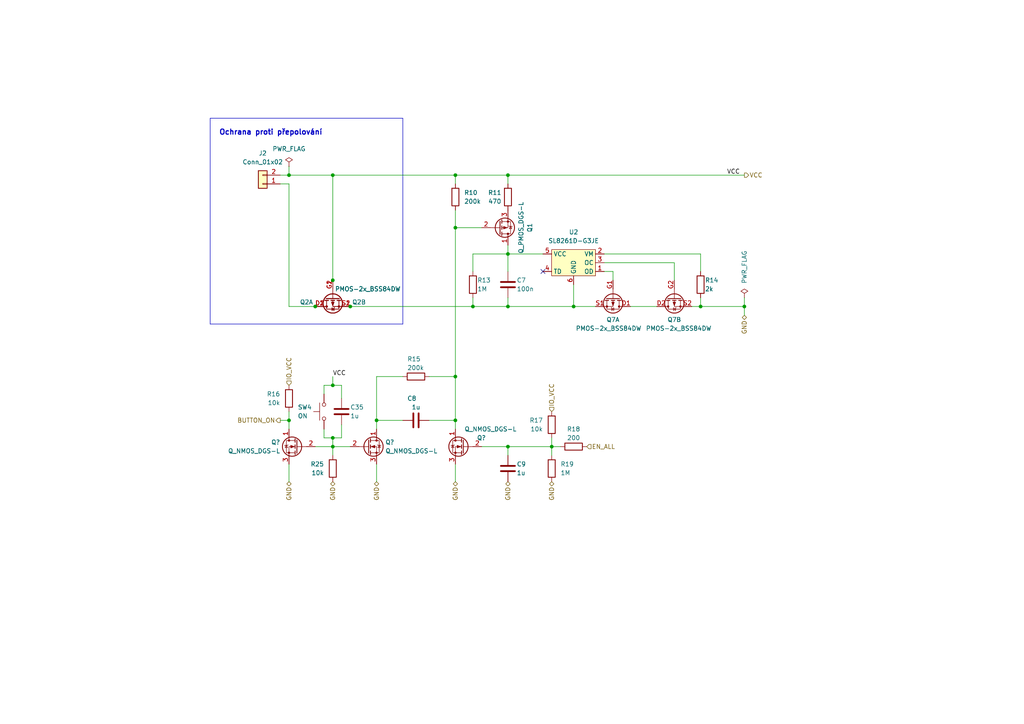
<source format=kicad_sch>
(kicad_sch (version 20230121) (generator eeschema)
  (paper "A4")
  (lib_symbols
    (symbol "Connector_Generic:Conn_01x02" (pin_names (offset 1.016) hide)
      (property "Reference" "J" (at 0 2.54 0))
      (property "Value" "Conn_01x02" (at 0 -5.08 0))
      (symbol "Conn_01x02_1_1"
        (rectangle (start -1.27 -2.413) (end 0 -2.667) (stroke (width 0.1524)))
        (rectangle (start -1.27 0.127) (end 0 -0.127) (stroke (width 0.1524)))
        (rectangle (start -1.27 1.27) (end 1.27 -3.81) (stroke (width 0.254)) (fill (type background)))
        (pin passive line (at -5.08 0 0) (length 3.81) (name "Pin_1") (number "1"))
        (pin passive line (at -5.08 -2.54 0) (length 3.81) (name "Pin_2") (number "2"))
      )
    )
    (symbol "Device:C" (pin_numbers hide) (pin_names (offset 0.254))
      (property "Reference" "C" (at 0.635 2.54 0))
      (property "Value" "C" (at 0.635 -2.54 0))
      (symbol "C_0_1"
        (polyline (pts (xy -2.032 -0.762) (xy 2.032 -0.762)) (stroke (width 0.508)))
        (polyline (pts (xy -2.032 0.762) (xy 2.032 0.762)) (stroke (width 0.508)))
      )
      (symbol "C_1_1"
        (pin passive line (at 0 3.81 270) (length 2.794) (name "~") (number "1"))
        (pin passive line (at 0 -3.81 90) (length 2.794) (name "~") (number "2"))
      )
    )
    (symbol "Device:Q_NMOS_DGS" (pin_names (offset 0) hide)
      (property "Reference" "Q" (at 5.08 1.27 0))
      (property "Value" "Q_NMOS_DGS" (at 5.08 -1.27 0))
      (symbol "Q_NMOS_DGS_0_1"
        (polyline (pts (xy 0.254 0) (xy -2.54 0)))
        (polyline (pts (xy 0.254 1.905) (xy 0.254 -1.905)) (stroke (width 0.254)))
        (polyline (pts (xy 0.762 -1.27) (xy 0.762 -2.286)) (stroke (width 0.254)))
        (polyline (pts (xy 0.762 0.508) (xy 0.762 -0.508)) (stroke (width 0.254)))
        (polyline (pts (xy 0.762 2.286) (xy 0.762 1.27)) (stroke (width 0.254)))
        (polyline (pts (xy 2.54 2.54) (xy 2.54 1.778)))
        (polyline (pts (xy 2.54 -2.54) (xy 2.54 0) (xy 0.762 0)))
        (polyline (pts (xy 0.762 -1.778) (xy 3.302 -1.778) (xy 3.302 1.778) (xy 0.762 1.778)))
        (polyline (pts (xy 1.016 0) (xy 2.032 0.381) (xy 2.032 -0.381) (xy 1.016 0)) (fill (type outline)))
        (polyline (pts (xy 2.794 0.508) (xy 2.921 0.381) (xy 3.683 0.381) (xy 3.81 0.254)))
        (polyline (pts (xy 3.302 0.381) (xy 2.921 -0.254) (xy 3.683 -0.254) (xy 3.302 0.381)))
        (circle (center 1.651 0) (radius 2.794) (stroke (width 0.254)))
        (circle (center 2.54 -1.778) (radius 0.254) (fill (type outline)))
        (circle (center 2.54 1.778) (radius 0.254) (fill (type outline)))
      )
      (symbol "Q_NMOS_DGS_1_1"
        (pin passive line (at 2.54 5.08 270) (length 2.54) (name "D") (number "1"))
        (pin input line (at -5.08 0 0) (length 2.54) (name "G") (number "2"))
        (pin passive line (at 2.54 -5.08 90) (length 2.54) (name "S") (number "3"))
      )
    )
    (symbol "Device:Q_PMOS_DGS" (pin_names (offset 0) hide)
      (property "Reference" "Q" (at 5.08 1.27 0))
      (property "Value" "Q_PMOS_DGS" (at 5.08 -1.27 0))
      (symbol "Q_PMOS_DGS_0_1"
        (polyline (pts (xy 0.254 0) (xy -2.54 0)))
        (polyline (pts (xy 0.254 1.905) (xy 0.254 -1.905)) (stroke (width 0.254)))
        (polyline (pts (xy 0.762 -1.27) (xy 0.762 -2.286)) (stroke (width 0.254)))
        (polyline (pts (xy 0.762 0.508) (xy 0.762 -0.508)) (stroke (width 0.254)))
        (polyline (pts (xy 0.762 2.286) (xy 0.762 1.27)) (stroke (width 0.254)))
        (polyline (pts (xy 2.54 2.54) (xy 2.54 1.778)))
        (polyline (pts (xy 2.54 -2.54) (xy 2.54 0) (xy 0.762 0)))
        (polyline (pts (xy 0.762 1.778) (xy 3.302 1.778) (xy 3.302 -1.778) (xy 0.762 -1.778)))
        (polyline (pts (xy 2.286 0) (xy 1.27 0.381) (xy 1.27 -0.381) (xy 2.286 0)) (fill (type outline)))
        (polyline (pts (xy 2.794 -0.508) (xy 2.921 -0.381) (xy 3.683 -0.381) (xy 3.81 -0.254)))
        (polyline (pts (xy 3.302 -0.381) (xy 2.921 0.254) (xy 3.683 0.254) (xy 3.302 -0.381)))
        (circle (center 1.651 0) (radius 2.794) (stroke (width 0.254)))
        (circle (center 2.54 -1.778) (radius 0.254) (fill (type outline)))
        (circle (center 2.54 1.778) (radius 0.254) (fill (type outline)))
      )
      (symbol "Q_PMOS_DGS_1_1"
        (pin passive line (at 2.54 5.08 270) (length 2.54) (name "D") (number "1"))
        (pin input line (at -5.08 0 0) (length 2.54) (name "G") (number "2"))
        (pin passive line (at 2.54 -5.08 90) (length 2.54) (name "S") (number "3"))
      )
    )
    (symbol "Device:R" (pin_numbers hide) (pin_names (offset 0))
      (property "Reference" "R" (at 2.032 0 90))
      (property "Value" "R" (at 0 0 90))
      (symbol "R_0_1"
        (rectangle (start -1.016 -2.54) (end 1.016 2.54) (stroke (width 0.254)))
      )
      (symbol "R_1_1"
        (pin passive line (at 0 3.81 270) (length 1.27) (name "~") (number "1"))
        (pin passive line (at 0 -3.81 90) (length 1.27) (name "~") (number "2"))
      )
    )
    (symbol "RKL-BatteryManager:DW01A"
      (property "Reference" "U" (at 0 2.54 0))
      (property "Value" "DW01A" (at 0 5.08 0))
      (symbol "DW01A_1_1"
        (rectangle (start -6.35 1.27) (end 6.35 -6.35) (fill (type background)))
        (pin output line (at 8.89 -5.08 180) (length 2.54) (name "OD") (number "1"))
        (pin input line (at 8.89 0 180) (length 2.54) (name "VM") (number "2"))
        (pin output line (at 8.89 -2.54 180) (length 2.54) (name "OC") (number "3"))
        (pin input line (at -8.89 -5.08 0) (length 2.54) (name "TD") (number "4"))
        (pin input line (at -8.89 0 0) (length 2.54) (name "VCC") (number "5"))
        (pin passive line (at 0 -8.89 90) (length 2.54) (name "GND") (number "6"))
      )
    )
    (symbol "RKL-Uncategorized:PMOS-2x_BSS84DW" (pin_names hide)
      (property "Reference" "Q" (at 2.54 6.35 0))
      (property "Value" "PMOS-2x_BSS84DW" (at 11.43 3.81 0))
      (symbol "PMOS-2x_BSS84DW_0_1"
        (circle (center -0.889 0) (radius 2.794) (stroke (width 0.254)))
        (circle (center 0 -1.778) (radius 0.254) (fill (type outline)))
        (polyline (pts (xy -2.286 0) (xy -5.08 0)))
        (polyline (pts (xy -2.286 1.905) (xy -2.286 -1.905)) (stroke (width 0.254)))
        (polyline (pts (xy -1.778 -1.27) (xy -1.778 -2.286)) (stroke (width 0.254)))
        (polyline (pts (xy -1.778 0.508) (xy -1.778 -0.508)) (stroke (width 0.254)))
        (polyline (pts (xy -1.778 2.286) (xy -1.778 1.27)) (stroke (width 0.254)))
        (polyline (pts (xy 0 2.54) (xy 0 1.778)))
        (polyline (pts (xy 0 -2.54) (xy 0 0) (xy -1.778 0)))
        (polyline (pts (xy -1.778 1.778) (xy 0.762 1.778) (xy 0.762 -1.778) (xy -1.778 -1.778)))
        (polyline (pts (xy -0.254 0) (xy -1.27 0.381) (xy -1.27 -0.381) (xy -0.254 0)) (fill (type outline)))
        (polyline (pts (xy 0.254 -0.508) (xy 0.381 -0.381) (xy 1.143 -0.381) (xy 1.27 -0.254)))
        (polyline (pts (xy 0.762 -0.381) (xy 0.381 0.254) (xy 1.143 0.254) (xy 0.762 -0.381)))
        (circle (center 0 1.778) (radius 0.254) (fill (type outline)))
      )
      (symbol "PMOS-2x_BSS84DW_1_1"
        (pin passive line (at 0 5.08 270) (length 2.54) (name "D") (number "D1"))
        (pin input line (at -7.62 0 0) (length 2.54) (name "G") (number "G1"))
        (pin passive line (at 0 -5.08 90) (length 2.54) (name "S") (number "S1"))
      )
      (symbol "PMOS-2x_BSS84DW_2_1"
        (pin passive line (at 0 5.08 270) (length 2.54) (name "D") (number "D2"))
        (pin input line (at -7.62 0 0) (length 2.54) (name "G") (number "G2"))
        (pin passive line (at 0 -5.08 90) (length 2.54) (name "S") (number "S2"))
      )
    )
    (symbol "Switch:SW_Push" (pin_numbers hide) (pin_names (offset 1.016) hide)
      (property "Reference" "SW" (at 1.27 2.54 0))
      (property "Value" "SW_Push" (at 0 -1.524 0))
      (symbol "SW_Push_0_1"
        (circle (center -2.032 0) (radius 0.508))
        (polyline (pts (xy 0 1.27) (xy 0 3.048)))
        (polyline (pts (xy 2.54 1.27) (xy -2.54 1.27)))
        (circle (center 2.032 0) (radius 0.508))
        (pin passive line (at -5.08 0 0) (length 2.54) (name "1") (number "1"))
        (pin passive line (at 5.08 0 180) (length 2.54) (name "2") (number "2"))
      )
    )
    (symbol "power:PWR_FLAG" (power) (pin_numbers hide) (pin_names (offset 0) hide)
      (property "Value" "PWR_FLAG" (at 0 3.81 0))
      (symbol "PWR_FLAG_0_0"
        (pin power_out line (at 0 0 90) (length 0) (name "pwr") (number "1"))
      )
      (symbol "PWR_FLAG_0_1"
        (polyline (pts (xy 0 0) (xy 0 1.27) (xy -1.016 1.905) (xy 0 2.54) (xy 1.016 1.905) (xy 0 1.27)))
      )
    )
  )
  (junction (at 137.16 88.9))
  (junction (at 83.82 50.8))
  (junction (at 132.08 109.22))
  (junction (at 166.37 88.9))
  (junction (at 109.22 121.92))
  (junction (at 96.52 111.76))
  (junction (at 83.82 121.92))
  (junction (at 96.52 81.28))
  (junction (at 147.32 129.54))
  (junction (at 132.08 50.8))
  (junction (at 160.02 129.54))
  (junction (at 96.52 129.54))
  (junction (at 215.9 88.9))
  (junction (at 132.08 66.04))
  (junction (at 147.32 88.9))
  (junction (at 96.52 50.8))
  (junction (at 91.44 88.9))
  (junction (at 132.08 121.92))
  (junction (at 147.32 73.66))
  (junction (at 147.32 50.8))
  (junction (at 203.2 88.9))
  (junction (at 101.6 88.9))
  (junction (at 96.52 127))
  (no_connect (at 157.48 78.74))
  (wire (pts (xy 147.32 50.8) (xy 215.9 50.8)))
  (wire (pts (xy 166.37 88.9) (xy 172.72 88.9)))
  (wire (pts (xy 147.32 129.54) (xy 147.32 132.08)))
  (wire (pts (xy 132.08 66.04) (xy 139.7 66.04)))
  (wire (pts (xy 132.08 139.7) (xy 132.08 134.62)))
  (wire (pts (xy 132.08 60.96) (xy 132.08 66.04)))
  (wire (pts (xy 124.46 109.22) (xy 132.08 109.22)))
  (wire (pts (xy 182.88 88.9) (xy 190.5 88.9)))
  (wire (pts (xy 96.52 50.8) (xy 96.52 81.28)))
  (wire (pts (xy 91.44 129.54) (xy 96.52 129.54)))
  (wire (pts (xy 109.22 109.22) (xy 109.22 121.92)))
  (wire (pts (xy 137.16 88.9) (xy 147.32 88.9)))
  (wire (pts (xy 96.52 129.54) (xy 101.6 129.54)))
  (wire (pts (xy 162.56 129.54) (xy 160.02 129.54)))
  (wire (pts (xy 160.02 132.08) (xy 160.02 129.54)))
  (wire (pts (xy 93.98 124.46) (xy 93.98 127)))
  (wire (pts (xy 83.82 53.34) (xy 83.82 88.9)))
  (wire (pts (xy 147.32 73.66) (xy 147.32 78.74)))
  (wire (pts (xy 132.08 66.04) (xy 132.08 109.22)))
  (wire (pts (xy 99.06 123.19) (xy 99.06 127)))
  (wire (pts (xy 147.32 129.54) (xy 160.02 129.54)))
  (wire (pts (xy 101.6 88.9) (xy 137.16 88.9)))
  (wire (pts (xy 109.22 139.7) (xy 109.22 134.62)))
  (wire (pts (xy 91.44 88.9) (xy 83.82 88.9)))
  (wire (pts (xy 215.9 91.44) (xy 215.9 88.9)))
  (wire (pts (xy 175.26 76.2) (xy 195.58 76.2)))
  (wire (pts (xy 157.48 73.66) (xy 147.32 73.66)))
  (wire (pts (xy 215.9 86.36) (xy 215.9 88.9)))
  (wire (pts (xy 203.2 73.66) (xy 175.26 73.66)))
  (wire (pts (xy 83.82 119.38) (xy 83.82 121.92)))
  (wire (pts (xy 203.2 88.9) (xy 215.9 88.9)))
  (polyline (pts (xy 60.96 93.98) (xy 60.96 34.29)))
  (wire (pts (xy 96.52 127) (xy 96.52 129.54)))
  (wire (pts (xy 96.52 50.8) (xy 132.08 50.8)))
  (wire (pts (xy 177.8 78.74) (xy 177.8 81.28)))
  (wire (pts (xy 81.28 53.34) (xy 83.82 53.34)))
  (wire (pts (xy 96.52 129.54) (xy 96.52 132.08)))
  (wire (pts (xy 99.06 127) (xy 96.52 127)))
  (wire (pts (xy 132.08 109.22) (xy 132.08 121.92)))
  (wire (pts (xy 132.08 50.8) (xy 132.08 53.34)))
  (wire (pts (xy 203.2 78.74) (xy 203.2 73.66)))
  (wire (pts (xy 137.16 78.74) (xy 137.16 73.66)))
  (wire (pts (xy 109.22 121.92) (xy 116.84 121.92)))
  (wire (pts (xy 139.7 129.54) (xy 147.32 129.54)))
  (wire (pts (xy 137.16 86.36) (xy 137.16 88.9)))
  (wire (pts (xy 93.98 127) (xy 96.52 127)))
  (wire (pts (xy 81.28 50.8) (xy 83.82 50.8)))
  (wire (pts (xy 132.08 121.92) (xy 132.08 124.46)))
  (wire (pts (xy 200.66 88.9) (xy 203.2 88.9)))
  (wire (pts (xy 96.52 109.22) (xy 96.52 111.76)))
  (wire (pts (xy 137.16 73.66) (xy 147.32 73.66)))
  (wire (pts (xy 147.32 88.9) (xy 166.37 88.9)))
  (wire (pts (xy 124.46 121.92) (xy 132.08 121.92)))
  (wire (pts (xy 203.2 86.36) (xy 203.2 88.9)))
  (wire (pts (xy 132.08 50.8) (xy 147.32 50.8)))
  (wire (pts (xy 109.22 109.22) (xy 116.84 109.22)))
  (wire (pts (xy 93.98 114.3) (xy 93.98 111.76)))
  (wire (pts (xy 83.82 139.7) (xy 83.82 134.62)))
  (wire (pts (xy 83.82 50.8) (xy 96.52 50.8)))
  (wire (pts (xy 96.52 111.76) (xy 99.06 111.76)))
  (wire (pts (xy 109.22 124.46) (xy 109.22 121.92)))
  (wire (pts (xy 147.32 50.8) (xy 147.32 53.34)))
  (wire (pts (xy 83.82 121.92) (xy 81.28 121.92)))
  (wire (pts (xy 175.26 78.74) (xy 177.8 78.74)))
  (wire (pts (xy 147.32 71.12) (xy 147.32 73.66)))
  (wire (pts (xy 160.02 127) (xy 160.02 129.54)))
  (polyline (pts (xy 116.84 93.98) (xy 60.96 93.98)))
  (wire (pts (xy 166.37 82.55) (xy 166.37 88.9)))
  (wire (pts (xy 93.98 111.76) (xy 96.52 111.76)))
  (polyline (pts (xy 116.84 34.29) (xy 116.84 93.98)))
  (polyline (pts (xy 60.96 34.29) (xy 116.84 34.29)))
  (wire (pts (xy 83.82 124.46) (xy 83.82 121.92)))
  (wire (pts (xy 83.82 48.26) (xy 83.82 50.8)))
  (wire (pts (xy 195.58 76.2) (xy 195.58 81.28)))
  (wire (pts (xy 147.32 86.36) (xy 147.32 88.9)))
  (wire (pts (xy 99.06 115.57) (xy 99.06 111.76)))
  (text "Ochrana proti přepolování" (at 63.5 39.37 0) (effects (font (size 1.5 1.5) (thickness 0.3) bold) (justify left bottom)))
  (label "VCC" (at 210.82 50.8 0))
  (label "VCC" (at 96.52 109.22 0))
  (hierarchical_label "GND" (shape bidirectional) (at 160.02 139.7 270))
  (hierarchical_label "GND" (shape bidirectional) (at 96.52 139.7 270))
  (hierarchical_label "GND" (shape bidirectional) (at 147.32 139.7 270))
  (hierarchical_label "GND" (shape bidirectional) (at 109.22 139.7 270))
  (hierarchical_label "GND" (shape bidirectional) (at 215.9 91.44 270))
  (hierarchical_label "IO_VCC" (shape input) (at 83.82 111.76 90))
  (hierarchical_label "BUTTON_ON" (shape output) (at 81.28 121.92 180))
  (hierarchical_label "GND" (shape bidirectional) (at 132.08 139.7 270))
  (hierarchical_label "IO_VCC" (shape input) (at 160.02 119.38 90))
  (hierarchical_label "EN_ALL" (shape input) (at 170.18 129.54 0))
  (hierarchical_label "VCC" (shape output) (at 215.9 50.8 0))
  (hierarchical_label "GND" (shape bidirectional) (at 83.82 139.7 270))
  (symbol (lib_id "RKL-Uncategorized:PMOS-2x_BSS84DW") (at 96.52 88.9 90) (mirror x) (unit 1)
    (property "Reference" "Q2" (at 88.9 87.63 90))
    (property "Value" "PMOS-2x_BSS84DW" (at 106.68 83.82 90))
    (property "Footprint" "RKL-StandardPackages:DFN3030" (effects hide))
    (property "Datasheet" "https://datasheet.lcsc.com/lcsc/2109132030_Shenzhen-ruichips-Semicon-RU30D20M3_C2894331.pdf" (effects hide))
    (property "LCSC" "C2894331" (effects hide))
    (property "Basic/Extended" "E" (effects hide))
  )
  (symbol (lib_id "RKL-Uncategorized:PMOS-2x_BSS84DW") (at 177.8 88.9 270) (unit 1)
    (property "Reference" "Q7" (at 177.8 92.71 90))
    (property "Value" "PMOS-2x_BSS84DW" (at 176.53 95.25 90))
    (property "Footprint" "RKL-StandardPackages:DFN3030" (effects hide))
    (property "Datasheet" "https://datasheet.lcsc.com/lcsc/2109132030_Shenzhen-ruichips-Semicon-RU30D20M3_C2894331.pdf" (effects hide))
    (property "LCSC" "C2894331" (effects hide))
    (property "Basic/Extended" "E" (effects hide))
  )
  (symbol (lib_id "Device:R") (at 132.08 57.15 0) (mirror x) (unit 1)
    (property "Reference" "R10" (at 134.62 55.88 0) (effects (justify left)))
    (property "Value" "200k" (at 134.62 58.42 0) (effects (justify left)))
    (property "Footprint" "Resistor_SMD:R_0402_1005Metric" (effects hide))
    (property "LCSC" "C25764" (effects hide))
    (property "Basic/Extended" "B" (effects hide))
    (instances (project "Watch" (path "" (reference "R10") (unit 1))) (project "ZakladniElektronika" (path "" (reference "R13") (unit 1)) (path "" (reference "R25") (unit 1)) (path "" (reference "R60") (unit 1))) (project "RB3203" (path "" (reference "R?") (unit 1))))
  )
  (symbol (lib_id "Device:C") (at 99.06 119.38 0) (unit 1)
    (property "Reference" "C35" (at 101.6 118.11 0) (effects (justify left)))
    (property "Value" "1u" (at 101.6 120.65 0) (effects (justify left)))
    (property "Footprint" "Capacitor_SMD:C_0402_1005Metric" (effects hide))
    (property "LCSC" "C52923" (effects hide))
    (property "Basic/Extended" "B" (effects hide))
    (property "info" "25V, X5R" (effects hide))
    (instances (project "Watch" (path "" (reference "C35") (unit 1))) (project "ZakladniElektronika" (path "" (reference "C138") (unit 1)) (path "" (reference "C148") (unit 1)) (path "" (reference "C163") (unit 1))) (project "RB3203" (path "" (reference "C?") (unit 1))))
  )
  (symbol (lib_id "Device:R") (at 160.02 123.19 180) (unit 1)
    (property "Reference" "R17" (at 157.48 121.92 0) (effects (justify left)))
    (property "Value" "10k" (at 157.48 124.46 0) (effects (justify left)))
    (property "Footprint" "Resistor_SMD:R_0402_1005Metric" (effects hide))
    (property "LCSC" "C25744" (effects hide))
    (property "Basic/Extended" "B" (effects hide))
    (instances (project "Watch" (path "" (reference "R17") (unit 1))) (project "ZakladniElektronika" (path "" (reference "R13") (unit 1)) (path "" (reference "R28") (unit 1)) (path "" (reference "R32") (unit 1)) (path "" (reference "R67") (unit 1))) (project "RB3203" (path "" (reference "R?") (unit 1))))
  )
  (symbol (lib_id "power:PWR_FLAG") (at 83.82 48.26 0) (unit 1)
    (property "Reference" "#FLG01" (effects hide))
    (property "Value" "PWR_FLAG" (at 83.82 43.18 0))
    (instances (project "Watch" (path "" (reference "#FLG01") (unit 1))) (project "ZakladniElektronika" (path "" (reference "#FLG02") (unit 1)) (path "" (reference "#FLG03") (unit 1))))
  )
  (symbol (lib_id "Device:Q_NMOS_DGS") (at 106.68 129.54 0) (unit 1)
    (property "Reference" "Q?" (at 111.76 128.27 0) (effects (justify left)))
    (property "Value" "Q_NMOS_DGS-L" (at 111.76 130.81 0) (effects (justify left)))
    (property "Footprint" "Package_TO_SOT_SMD:SOT-23" (effects hide))
    (property "LCSC" "C8545" (effects hide))
    (property "Basic/Extended" "B" (effects hide))
    (property "JLCPCB_CORRECTION" "0;0;180" (effects hide))
    (instances (project "PowerManager" (path "" (reference "Q?") (unit 1))) (project "Watch" (path "" (reference "Q3") (unit 1))) (project "ZakladniElektronika" (path "" (reference "Q11") (unit 1)) (path "" (reference "Q19") (unit 1))))
  )
  (symbol (lib_id "RKL-Uncategorized:PMOS-2x_BSS84DW") (at 96.52 88.9 90) (mirror x) (unit 2)
    (property "Reference" "Q2" (at 104.14 87.63 90))
    (property "Value" "PMOS-2x_BSS84DW" (at 106.68 83.82 90))
    (property "Footprint" "RKL-StandardPackages:DFN3030" (effects hide))
    (property "Datasheet" "https://datasheet.lcsc.com/lcsc/2109132030_Shenzhen-ruichips-Semicon-RU30D20M3_C2894331.pdf" (effects hide))
    (property "LCSC" "C2894331" (effects hide))
    (property "Basic/Extended" "E" (effects hide))
  )
  (symbol (lib_id "Device:R") (at 137.16 82.55 180) (unit 1)
    (property "Reference" "R13" (at 138.43 81.28 0) (effects (justify right)))
    (property "Value" "1M" (at 138.43 83.82 0) (effects (justify right)))
    (property "Footprint" "Resistor_SMD:R_0402_1005Metric" (effects hide))
    (property "LCSC" "C26083" (effects hide))
    (property "Basic/Extended" "B" (effects hide))
    (instances (project "Watch" (path "" (reference "R13") (unit 1))) (project "ZakladniElektronika" (path "" (reference "R13") (unit 1)) (path "" (reference "R25") (unit 1)) (path "" (reference "R36") (unit 1))) (project "RB3203" (path "" (reference "R?") (unit 1))))
  )
  (symbol (lib_id "Device:R") (at 166.37 129.54 90) (unit 1)
    (property "Reference" "R18" (at 166.37 124.46 90))
    (property "Value" "200" (at 166.37 127 90))
    (property "Footprint" "Resistor_SMD:R_0402_1005Metric" (effects hide))
    (property "LCSC" "C25087" (effects hide))
    (property "Basic/Extended" "B" (effects hide))
    (instances (project "Watch" (path "" (reference "R18") (unit 1))) (project "ZakladniElektronika" (path "" (reference "R23") (unit 1)) (path "" (reference "R30") (unit 1)) (path "" (reference "R29") (unit 1)) (path "" (reference "R69") (unit 1))))
  )
  (symbol (lib_id "Device:C") (at 147.32 82.55 0) (unit 1)
    (property "Reference" "C7" (at 149.86 81.28 0) (effects (justify left)))
    (property "Value" "100n" (at 149.86 83.82 0) (effects (justify left)))
    (property "Footprint" "Capacitor_SMD:C_0402_1005Metric" (effects hide))
    (property "Basic/Extended" "B" (effects hide))
    (property "LCSC" "C307331" (effects hide))
    (property "info" "50V, X7R" (effects hide))
    (instances (project "Watch" (path "" (reference "C7") (unit 1))) (project "ZakladniElektronika" (path "" (reference "C18") (unit 1)) (path "" (reference "C143") (unit 1))))
  )
  (symbol (lib_id "Switch:SW_Push") (at 93.98 119.38 90) (unit 1)
    (property "Reference" "SW4" (at 86.36 118.11 90) (effects (justify right)))
    (property "Value" "ON" (at 86.36 120.65 90) (effects (justify right)))
    (property "Footprint" "Button_Switch_SMD:SW_Push_1P1T_NO_Vertical_Wuerth_434133025816" (effects hide))
    (property "Basic/Extended" "E" (effects hide))
    (property "LCSC" "C127488" (effects hide))
    (instances (project "Watch" (path "" (reference "SW4") (unit 1))) (project "ZakladniElektronika" (path "" (reference "SW1") (unit 1)) (path "" (reference "SW3") (unit 1))))
  )
  (symbol (lib_id "Device:R") (at 147.32 57.15 0) (unit 1)
    (property "Reference" "R11" (at 143.51 55.88 0))
    (property "Value" "470" (at 143.51 58.42 0))
    (property "Footprint" "Resistor_SMD:R_0402_1005Metric" (effects hide))
    (property "LCSC" "C25117" (effects hide))
    (property "Basic/Extended" "B" (effects hide))
    (instances (project "Watch" (path "" (reference "R11") (unit 1))) (project "ZakladniElektronika" (path "" (reference "R72") (unit 1)) (path "" (reference "R35") (unit 1))))
  )
  (symbol (lib_id "Device:R") (at 83.82 115.57 180) (unit 1)
    (property "Reference" "R16" (at 81.28 114.3 0) (effects (justify left)))
    (property "Value" "10k" (at 81.28 116.84 0) (effects (justify left)))
    (property "Footprint" "Resistor_SMD:R_0402_1005Metric" (effects hide))
    (property "LCSC" "C25744" (effects hide))
    (property "Basic/Extended" "B" (effects hide))
    (instances (project "Watch" (path "" (reference "R16") (unit 1))) (project "ZakladniElektronika" (path "" (reference "R13") (unit 1)) (path "" (reference "R28") (unit 1)) (path "" (reference "R32") (unit 1)) (path "" (reference "R70") (unit 1))) (project "RB3203" (path "" (reference "R?") (unit 1))))
  )
  (symbol (lib_id "Device:Q_NMOS_DGS") (at 86.36 129.54 0) (mirror y) (unit 1)
    (property "Reference" "Q?" (at 81.28 128.27 0) (effects (justify left)))
    (property "Value" "Q_NMOS_DGS-L" (at 81.28 130.81 0) (effects (justify left)))
    (property "Footprint" "Package_TO_SOT_SMD:SOT-23" (effects hide))
    (property "LCSC" "C8545" (effects hide))
    (property "Basic/Extended" "B" (effects hide))
    (property "JLCPCB_CORRECTION" "0;0;180" (effects hide))
    (instances (project "PowerManager" (path "" (reference "Q?") (unit 1))) (project "Watch" (path "" (reference "Q5") (unit 1))) (project "ZakladniElektronika" (path "" (reference "Q11") (unit 1)) (path "" (reference "Q19") (unit 1))))
  )
  (symbol (lib_id "Device:R") (at 203.2 82.55 180) (unit 1)
    (property "Reference" "R14" (at 204.47 81.28 0) (effects (justify right)))
    (property "Value" "2k" (at 204.47 83.82 0) (effects (justify right)))
    (property "Footprint" "Resistor_SMD:R_0402_1005Metric" (effects hide))
    (property "LCSC" "C4109" (effects hide))
    (property "Basic/Extended" "B" (effects hide))
    (instances (project "Watch" (path "" (reference "R14") (unit 1))) (project "ZakladniElektronika" (path "" (reference "R13") (unit 1)) (path "" (reference "R27") (unit 1)) (path "" (reference "R33") (unit 1))) (project "RB3203" (path "" (reference "R?") (unit 1))))
  )
  (symbol (lib_id "Device:Q_PMOS_DGS") (at 144.78 66.04 0) (mirror x) (unit 1)
    (property "Reference" "Q1" (at 153.67 66.04 90))
    (property "Value" "Q_PMOS_DGS-L" (at 151.13 66.04 90))
    (property "Footprint" "Package_TO_SOT_SMD:SOT-23" (effects hide))
    (property "Datasheet" "https://datasheet.lcsc.com/lcsc/1808272021_Vishay-Intertech-SI2301CDS-T1-GE3_C10487.pdf" (effects hide))
    (property "LCSC" "C10487" (effects hide))
    (property "Basic/Extended" "B" (effects hide))
    (property "JLCPCB_CORRECTION" "0;0;180" (effects hide))
    (instances (project "Watch" (path "" (reference "Q1") (unit 1))) (project "ZakladniElektronika" (path "" (reference "Q10") (unit 1)) (path "" (reference "Q7") (unit 1))) (project "Zdroj" (path "" (reference "Q1") (unit 1))) (project "RB3203" (path "" (reference "Q?") (unit 1))))
  )
  (symbol (lib_id "Device:C") (at 120.65 121.92 270) (unit 1)
    (property "Reference" "C8" (at 118.11 115.57 90) (effects (justify left)))
    (property "Value" "1u" (at 119.38 118.11 90) (effects (justify left)))
    (property "Footprint" "Capacitor_SMD:C_0402_1005Metric" (effects hide))
    (property "LCSC" "C52923" (effects hide))
    (property "Basic/Extended" "B" (effects hide))
    (property "info" "25V, X5R" (effects hide))
    (instances (project "Watch" (path "" (reference "C8") (unit 1))) (project "ZakladniElektronika" (path "" (reference "C138") (unit 1)) (path "" (reference "C148") (unit 1)) (path "" (reference "C144") (unit 1))) (project "RB3203" (path "" (reference "C?") (unit 1))))
  )
  (symbol (lib_id "Device:R") (at 96.52 135.89 180) (unit 1)
    (property "Reference" "R25" (at 93.98 134.62 0) (effects (justify left)))
    (property "Value" "10k" (at 93.98 137.16 0) (effects (justify left)))
    (property "Footprint" "Resistor_SMD:R_0402_1005Metric" (effects hide))
    (property "LCSC" "C25744" (effects hide))
    (property "Basic/Extended" "B" (effects hide))
    (instances (project "Watch" (path "" (reference "R25") (unit 1))) (project "ZakladniElektronika" (path "" (reference "R13") (unit 1)) (path "" (reference "R28") (unit 1)) (path "" (reference "R32") (unit 1)) (path "" (reference "R70") (unit 1))) (project "RB3203" (path "" (reference "R?") (unit 1))))
  )
  (symbol (lib_id "RKL-BatteryManager:DW01A") (at 166.37 73.66 0) (unit 1)
    (property "Reference" "U2" (at 166.37 67.31 0))
    (property "Value" "SL8261D-G3JE" (at 166.37 69.85 0))
    (property "Footprint" "Package_TO_SOT_SMD:SOT-23-6" (effects hide))
    (property "Datasheet" "https://datasheet.lcsc.com/lcsc/2210101800_Slkor-SLKORMICRO-Elec--SL8261D-G3JE_C5186027.pdf" (effects hide))
    (property "LCSC" "C5186027" (effects hide))
    (property "JLCPCB_CORRECTION" "0;0;180" (effects hide))
    (property "Basic/Extended" "E" (effects hide))
    (instances (project "Watch" (path "" (reference "U2") (unit 1))) (project "ZakladniElektronika" (path "" (reference "U7") (unit 1))))
  )
  (symbol (lib_id "power:PWR_FLAG") (at 215.9 86.36 0) (unit 1)
    (property "Reference" "#FLG02" (effects hide))
    (property "Value" "PWR_FLAG" (at 215.9 77.47 90))
    (instances (project "Watch" (path "" (reference "#FLG02") (unit 1))) (project "ZakladniElektronika" (path "" (reference "#FLG02") (unit 1)) (path "" (reference "#FLG011") (unit 1))))
  )
  (symbol (lib_id "Device:R") (at 160.02 135.89 180) (unit 1)
    (property "Reference" "R19" (at 162.56 134.62 0) (effects (justify right)))
    (property "Value" "1M" (at 162.56 137.16 0) (effects (justify right)))
    (property "Footprint" "Resistor_SMD:R_0402_1005Metric" (effects hide))
    (property "LCSC" "C26083" (effects hide))
    (property "Basic/Extended" "B" (effects hide))
    (instances (project "Watch" (path "" (reference "R19") (unit 1))) (project "ZakladniElektronika" (path "" (reference "R13") (unit 1)) (path "" (reference "R25") (unit 1)) (path "" (reference "R68") (unit 1))) (project "RB3203" (path "" (reference "R?") (unit 1))))
  )
  (symbol (lib_id "Device:R") (at 120.65 109.22 270) (mirror x) (unit 1)
    (property "Reference" "R15" (at 118.11 104.14 90) (effects (justify left)))
    (property "Value" "200k" (at 118.11 106.68 90) (effects (justify left)))
    (property "Footprint" "Resistor_SMD:R_0402_1005Metric" (effects hide))
    (property "LCSC" "C25764" (effects hide))
    (property "Basic/Extended" "B" (effects hide))
    (instances (project "Watch" (path "" (reference "R15") (unit 1))) (project "ZakladniElektronika" (path "" (reference "R13") (unit 1)) (path "" (reference "R25") (unit 1)) (path "" (reference "R26") (unit 1))) (project "RB3203" (path "" (reference "R?") (unit 1))))
  )
  (symbol (lib_id "RKL-Uncategorized:PMOS-2x_BSS84DW") (at 195.58 88.9 90) (mirror x) (unit 2)
    (property "Reference" "Q7" (at 195.58 92.71 90))
    (property "Value" "PMOS-2x_BSS84DW" (at 196.85 95.25 90))
    (property "Footprint" "RKL-StandardPackages:DFN3030" (effects hide))
    (property "Datasheet" "https://datasheet.lcsc.com/lcsc/2109132030_Shenzhen-ruichips-Semicon-RU30D20M3_C2894331.pdf" (effects hide))
    (property "LCSC" "C2894331" (effects hide))
    (property "Basic/Extended" "E" (effects hide))
  )
  (symbol (lib_id "Device:Q_NMOS_DGS") (at 134.62 129.54 0) (mirror y) (unit 1)
    (property "Reference" "Q?" (at 140.97 127 0) (effects (justify left)))
    (property "Value" "Q_NMOS_DGS-L" (at 149.86 124.46 0) (effects (justify left)))
    (property "Footprint" "Package_TO_SOT_SMD:SOT-23" (effects hide))
    (property "LCSC" "C8545" (effects hide))
    (property "Basic/Extended" "B" (effects hide))
    (property "JLCPCB_CORRECTION" "0;0;180" (effects hide))
    (instances (project "PowerManager" (path "" (reference "Q?") (unit 1))) (project "Watch" (path "" (reference "Q6") (unit 1))) (project "ZakladniElektronika" (path "" (reference "Q11") (unit 1)) (path "" (reference "Q17") (unit 1))))
  )
  (symbol (lib_id "Connector_Generic:Conn_01x02") (at 76.2 53.34 180) (unit 1)
    (property "Reference" "J2" (at 76.2 44.45 0))
    (property "Value" "Conn_01x02" (at 76.2 46.99 0))
    (property "Footprint" "Connector_PinHeader_2.00mm:PinHeader_1x02_P2.00mm_Vertical" (effects hide))
    (property "Datasheet" "https://datasheet.lcsc.com/lcsc/2306191415_Megastar-ZX-PH2-0-WT2P_C7429689.pdf" (effects hide))
    (property "LCSC" "C7429689" (effects hide))
  )
  (symbol (lib_id "Device:C") (at 147.32 135.89 0) (unit 1)
    (property "Reference" "C9" (at 149.86 134.62 0) (effects (justify left)))
    (property "Value" "1u" (at 149.86 137.16 0) (effects (justify left)))
    (property "Footprint" "Capacitor_SMD:C_0402_1005Metric" (effects hide))
    (property "LCSC" "C52923" (effects hide))
    (property "Basic/Extended" "B" (effects hide))
    (property "info" "25V, X5R" (effects hide))
    (instances (project "Watch" (path "" (reference "C9") (unit 1))) (project "ZakladniElektronika" (path "" (reference "C138") (unit 1)) (path "" (reference "C148") (unit 1)) (path "" (reference "C163") (unit 1))) (project "RB3203" (path "" (reference "C?") (unit 1))))
  )
)
</source>
